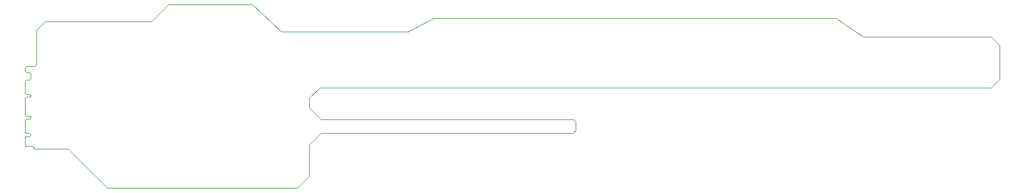
<source format=gbr>
%TF.GenerationSoftware,KiCad,Pcbnew,(6.0.4)*%
%TF.CreationDate,2022-06-19T08:58:44+02:00*%
%TF.ProjectId,n64rgb_v3,6e363472-6762-45f7-9633-2e6b69636164,20220523*%
%TF.SameCoordinates,Original*%
%TF.FileFunction,Profile,NP*%
%FSLAX46Y46*%
G04 Gerber Fmt 4.6, Leading zero omitted, Abs format (unit mm)*
G04 Created by KiCad (PCBNEW (6.0.4)) date 2022-06-19 08:58:44*
%MOMM*%
%LPD*%
G01*
G04 APERTURE LIST*
%TA.AperFunction,Profile*%
%ADD10C,0.100000*%
%TD*%
G04 APERTURE END LIST*
D10*
X72390000Y-124587000D02*
X72390000Y-123190000D01*
X29980000Y-122480200D02*
X29980000Y-120599200D01*
X90932000Y-111252000D02*
X150876000Y-111252000D01*
X29990000Y-118668800D02*
X30175200Y-118465600D01*
X74168000Y-128397000D02*
X111714879Y-128397000D01*
X30170200Y-125839600D02*
X29980000Y-125700000D01*
X44450000Y-136652000D02*
X70612000Y-136652000D01*
X29990000Y-119210400D02*
X29990000Y-118668800D01*
X31750000Y-113030000D02*
X31750000Y-118110000D01*
X74676000Y-113284000D02*
X68199000Y-113284000D01*
X112095879Y-126746000D02*
X111714879Y-126365000D01*
X30678200Y-125839600D02*
X30170200Y-125839600D01*
X42300000Y-136650000D02*
X36450000Y-130810000D01*
X72390000Y-134874000D02*
X72390000Y-130175000D01*
X31750000Y-130810000D02*
X33020000Y-130810000D01*
X31750000Y-118160800D02*
X31750000Y-118110000D01*
X30784800Y-130403600D02*
X31089600Y-130403600D01*
X48830000Y-111760000D02*
X34290000Y-111760000D01*
X30830600Y-122772200D02*
X30678200Y-122619800D01*
X30683200Y-119350000D02*
X30175200Y-119350000D01*
X30835600Y-119502400D02*
X30835600Y-120294400D01*
X72390000Y-130175000D02*
X74168000Y-128397000D01*
X30835600Y-119502400D02*
X30683200Y-119350000D01*
X29980000Y-125700000D02*
X29980000Y-123176200D01*
X112095879Y-128016000D02*
X111714879Y-128397000D01*
X30830600Y-125992000D02*
X30678200Y-125839600D01*
X175209200Y-115265200D02*
X173939200Y-113995200D01*
X154889200Y-113995200D02*
X150876000Y-111252000D01*
X68199000Y-113284000D02*
X63881000Y-109220000D01*
X30784800Y-118465600D02*
X31445200Y-118465600D01*
X30170200Y-128439600D02*
X29980000Y-128300000D01*
X44450000Y-136652000D02*
X42300000Y-136650000D01*
X30683200Y-123023800D02*
X30835600Y-122871400D01*
X29980000Y-120599200D02*
X30175200Y-120446800D01*
X31445200Y-118465600D02*
X31750000Y-118160800D01*
X175209200Y-120345200D02*
X173939200Y-121666000D01*
X30683200Y-126297600D02*
X30835600Y-126145200D01*
X72390000Y-123190000D02*
X73977500Y-121666000D01*
X31496000Y-130810000D02*
X31750000Y-130810000D01*
X51370000Y-109220000D02*
X48830000Y-111760000D01*
X34290000Y-111760000D02*
X33020000Y-111760000D01*
X29980000Y-130251200D02*
X30175200Y-130403600D01*
X31089600Y-130403600D02*
X31496000Y-130810000D01*
X30678200Y-128439600D02*
X30170200Y-128439600D01*
X30830600Y-125992000D02*
X30835600Y-126145200D01*
X29980000Y-129050000D02*
X30175200Y-128897600D01*
X29980000Y-126450000D02*
X30175200Y-126297600D01*
X175209200Y-120345200D02*
X175209200Y-115265200D01*
X54356000Y-109220000D02*
X63881000Y-109220000D01*
X29980000Y-123176200D02*
X30175200Y-123023800D01*
X30175200Y-120446800D02*
X30683200Y-120446800D01*
X111714879Y-126365000D02*
X74168000Y-126365000D01*
X30683200Y-128897600D02*
X30835600Y-128745200D01*
X30683200Y-123023800D02*
X30175200Y-123023800D01*
X112095879Y-126746000D02*
X112095879Y-128016000D01*
X33020000Y-111760000D02*
X31750000Y-113030000D01*
X74676000Y-113284000D02*
X87122000Y-113284000D01*
X74168000Y-126365000D02*
X72390000Y-124587000D01*
X87122000Y-113284000D02*
X90932000Y-111252000D01*
X30175200Y-118465600D02*
X30784800Y-118465600D01*
X51370000Y-109220000D02*
X54356000Y-109220000D01*
X30830600Y-128592000D02*
X30678200Y-128439600D01*
X30683200Y-120446800D02*
X30835600Y-120294400D01*
X70612000Y-136652000D02*
X72390000Y-134874000D01*
X173939200Y-113995200D02*
X154889200Y-113995200D01*
X30175200Y-119350000D02*
X29990000Y-119210400D01*
X29980000Y-128300000D02*
X29980000Y-126450000D01*
X30175200Y-130403600D02*
X30784800Y-130403600D01*
X30683200Y-128897600D02*
X30175200Y-128897600D01*
X30830600Y-128592000D02*
X30835600Y-128745200D01*
X30678200Y-122619800D02*
X30170200Y-122619800D01*
X30170200Y-122619800D02*
X29980000Y-122480200D01*
X29980000Y-130251200D02*
X29980000Y-129050000D01*
X30830600Y-122772200D02*
X30835600Y-122871400D01*
X73977500Y-121666000D02*
X173939200Y-121666000D01*
X33020000Y-130810000D02*
X36450000Y-130810000D01*
X30683200Y-126297600D02*
X30175200Y-126297600D01*
M02*

</source>
